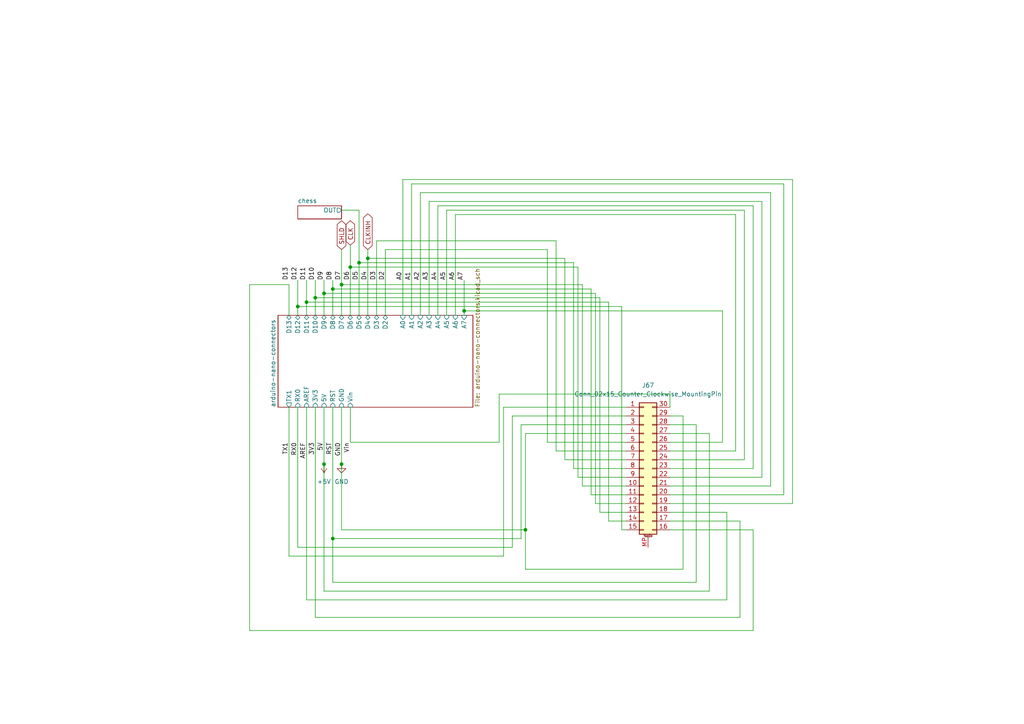
<source format=kicad_sch>
(kicad_sch (version 20231120) (generator "eeschema") (generator_version "8.0")
  (paper "A4")
  (lib_symbols
    (symbol "Connector_Generic_MountingPin:Conn_02x15_Counter_Clockwise_MountingPin" (pin_names (offset 1.016) hide)
      (property "Reference" "J" (at 1.27 20.32 0))
      (property "Value" "Conn_02x15_Counter_Clockwise_MountingPin" (at 2.54 -20.32 0))
      (symbol "Conn_02x15_Counter_Clockwise_MountingPin_1_1"
        (rectangle (start -1.27 -17.653) (end 0 -17.907) (stroke (width 0.1524)))
        (rectangle (start -1.27 -15.113) (end 0 -15.367) (stroke (width 0.1524)))
        (rectangle (start -1.27 -12.573) (end 0 -12.827) (stroke (width 0.1524)))
        (rectangle (start -1.27 -10.033) (end 0 -10.287) (stroke (width 0.1524)))
        (rectangle (start -1.27 -7.493) (end 0 -7.747) (stroke (width 0.1524)))
        (rectangle (start -1.27 -4.953) (end 0 -5.207) (stroke (width 0.1524)))
        (rectangle (start -1.27 -2.413) (end 0 -2.667) (stroke (width 0.1524)))
        (rectangle (start -1.27 0.127) (end 0 -0.127) (stroke (width 0.1524)))
        (rectangle (start -1.27 2.667) (end 0 2.413) (stroke (width 0.1524)))
        (rectangle (start -1.27 5.207) (end 0 4.953) (stroke (width 0.1524)))
        (rectangle (start -1.27 7.747) (end 0 7.493) (stroke (width 0.1524)))
        (rectangle (start -1.27 10.287) (end 0 10.033) (stroke (width 0.1524)))
        (rectangle (start -1.27 12.827) (end 0 12.573) (stroke (width 0.1524)))
        (rectangle (start -1.27 15.367) (end 0 15.113) (stroke (width 0.1524)))
        (rectangle (start -1.27 17.907) (end 0 17.653) (stroke (width 0.1524)))
        (rectangle (start -1.27 19.05) (end 3.81 -19.05) (stroke (width 0.254)) (fill (type background)))
        (polyline (pts (xy 0.254 -19.812) (xy 2.286 -19.812)) (stroke (width 0.1524)))
        (rectangle (start 3.81 -17.653) (end 2.54 -17.907) (stroke (width 0.1524)))
        (rectangle (start 3.81 -15.113) (end 2.54 -15.367) (stroke (width 0.1524)))
        (rectangle (start 3.81 -12.573) (end 2.54 -12.827) (stroke (width 0.1524)))
        (rectangle (start 3.81 -10.033) (end 2.54 -10.287) (stroke (width 0.1524)))
        (rectangle (start 3.81 -7.493) (end 2.54 -7.747) (stroke (width 0.1524)))
        (rectangle (start 3.81 -4.953) (end 2.54 -5.207) (stroke (width 0.1524)))
        (rectangle (start 3.81 -2.413) (end 2.54 -2.667) (stroke (width 0.1524)))
        (rectangle (start 3.81 0.127) (end 2.54 -0.127) (stroke (width 0.1524)))
        (rectangle (start 3.81 2.667) (end 2.54 2.413) (stroke (width 0.1524)))
        (rectangle (start 3.81 5.207) (end 2.54 4.953) (stroke (width 0.1524)))
        (rectangle (start 3.81 7.747) (end 2.54 7.493) (stroke (width 0.1524)))
        (rectangle (start 3.81 10.287) (end 2.54 10.033) (stroke (width 0.1524)))
        (rectangle (start 3.81 12.827) (end 2.54 12.573) (stroke (width 0.1524)))
        (rectangle (start 3.81 15.367) (end 2.54 15.113) (stroke (width 0.1524)))
        (rectangle (start 3.81 17.907) (end 2.54 17.653) (stroke (width 0.1524)))
        (text "Mounting" (at 1.27 -19.431 0) (effects (font (size 0.381 0.381))))
        (pin passive line (at -5.08 17.78 0) (length 3.81) (name "Pin_1") (number "1"))
        (pin passive line (at -5.08 -5.08 0) (length 3.81) (name "Pin_10") (number "10"))
        (pin passive line (at -5.08 -7.62 0) (length 3.81) (name "Pin_11") (number "11"))
        (pin passive line (at -5.08 -10.16 0) (length 3.81) (name "Pin_12") (number "12"))
        (pin passive line (at -5.08 -12.7 0) (length 3.81) (name "Pin_13") (number "13"))
        (pin passive line (at -5.08 -15.24 0) (length 3.81) (name "Pin_14") (number "14"))
        (pin passive line (at -5.08 -17.78 0) (length 3.81) (name "Pin_15") (number "15"))
        (pin passive line (at 7.62 -17.78 180) (length 3.81) (name "Pin_16") (number "16"))
        (pin passive line (at 7.62 -15.24 180) (length 3.81) (name "Pin_17") (number "17"))
        (pin passive line (at 7.62 -12.7 180) (length 3.81) (name "Pin_18") (number "18"))
        (pin passive line (at 7.62 -10.16 180) (length 3.81) (name "Pin_19") (number "19"))
        (pin passive line (at -5.08 15.24 0) (length 3.81) (name "Pin_2") (number "2"))
        (pin passive line (at 7.62 -7.62 180) (length 3.81) (name "Pin_20") (number "20"))
        (pin passive line (at 7.62 -5.08 180) (length 3.81) (name "Pin_21") (number "21"))
        (pin passive line (at 7.62 -2.54 180) (length 3.81) (name "Pin_22") (number "22"))
        (pin passive line (at 7.62 0 180) (length 3.81) (name "Pin_23") (number "23"))
        (pin passive line (at 7.62 2.54 180) (length 3.81) (name "Pin_24") (number "24"))
        (pin passive line (at 7.62 5.08 180) (length 3.81) (name "Pin_25") (number "25"))
        (pin passive line (at 7.62 7.62 180) (length 3.81) (name "Pin_26") (number "26"))
        (pin passive line (at 7.62 10.16 180) (length 3.81) (name "Pin_27") (number "27"))
        (pin passive line (at 7.62 12.7 180) (length 3.81) (name "Pin_28") (number "28"))
        (pin passive line (at 7.62 15.24 180) (length 3.81) (name "Pin_29") (number "29"))
        (pin passive line (at -5.08 12.7 0) (length 3.81) (name "Pin_3") (number "3"))
        (pin passive line (at 7.62 17.78 180) (length 3.81) (name "Pin_30") (number "30"))
        (pin passive line (at -5.08 10.16 0) (length 3.81) (name "Pin_4") (number "4"))
        (pin passive line (at -5.08 7.62 0) (length 3.81) (name "Pin_5") (number "5"))
        (pin passive line (at -5.08 5.08 0) (length 3.81) (name "Pin_6") (number "6"))
        (pin passive line (at -5.08 2.54 0) (length 3.81) (name "Pin_7") (number "7"))
        (pin passive line (at -5.08 0 0) (length 3.81) (name "Pin_8") (number "8"))
        (pin passive line (at -5.08 -2.54 0) (length 3.81) (name "Pin_9") (number "9"))
        (pin passive line (at 1.27 -22.86 90) (length 3.048) (name "MountPin") (number "MP"))
      )
    )
    (symbol "power:+5V" (power) (pin_numbers hide) (pin_names (offset 0) hide)
      (property "Value" "+5V" (at 0 3.556 0))
      (symbol "+5V_0_1"
        (polyline (pts (xy -0.762 1.27) (xy 0 2.54)))
        (polyline (pts (xy 0 0) (xy 0 2.54)))
        (polyline (pts (xy 0 2.54) (xy 0.762 1.27)))
      )
      (symbol "+5V_1_1"
        (pin power_in line (at 0 0 90) (length 0) (name "~") (number "1"))
      )
    )
    (symbol "power:GND" (power) (pin_numbers hide) (pin_names (offset 0) hide)
      (property "Value" "GND" (at 0 -3.81 0))
      (symbol "GND_0_1"
        (polyline (pts (xy 0 0) (xy 0 -1.27) (xy 1.27 -1.27) (xy 0 -2.54) (xy -1.27 -1.27) (xy 0 -1.27)))
      )
      (symbol "GND_1_1"
        (pin power_in line (at 0 0 270) (length 0) (name "~") (number "1"))
      )
    )
  )
  (junction (at 86.36 88.9))
  (junction (at 88.9 87.63))
  (junction (at 93.98 85.09))
  (junction (at 99.06 134.62))
  (junction (at 93.98 134.62))
  (junction (at 96.52 156.21))
  (junction (at 152.4 153.67))
  (junction (at 101.6 77.47))
  (junction (at 99.06 82.55))
  (junction (at 104.14 76.2))
  (junction (at 91.44 86.36))
  (junction (at 96.52 83.82))
  (junction (at 134.62 90.17))
  (junction (at 106.68 74.93))
  (wire (pts (xy 194.31 146.05) (xy 229.87 146.05)))
  (wire (pts (xy 172.72 85.09) (xy 93.98 85.09)))
  (wire (pts (xy 181.61 151.13) (xy 176.53 151.13)))
  (wire (pts (xy 201.93 168.91) (xy 96.52 168.91)))
  (wire (pts (xy 106.68 74.93) (xy 106.68 91.44)))
  (wire (pts (xy 148.59 120.65) (xy 148.59 158.75)))
  (wire (pts (xy 96.52 83.82) (xy 96.52 91.44)))
  (wire (pts (xy 93.98 118.11) (xy 93.98 134.62)))
  (wire (pts (xy 194.31 114.3) (xy 144.78 114.3)))
  (wire (pts (xy 227.33 143.51) (xy 227.33 53.34)))
  (wire (pts (xy 163.83 133.35) (xy 163.83 74.93)))
  (wire (pts (xy 96.52 118.11) (xy 96.52 156.21)))
  (wire (pts (xy 218.44 59.69) (xy 127 59.69)))
  (wire (pts (xy 161.29 130.81) (xy 161.29 69.85)))
  (wire (pts (xy 223.52 55.88) (xy 121.92 55.88)))
  (wire (pts (xy 99.06 60.96) (xy 104.14 60.96)))
  (wire (pts (xy 181.61 128.27) (xy 158.75 128.27)))
  (wire (pts (xy 121.92 55.88) (xy 121.92 91.44)))
  (wire (pts (xy 181.61 135.89) (xy 166.37 135.89)))
  (wire (pts (xy 152.4 125.73) (xy 152.4 153.67)))
  (wire (pts (xy 134.62 91.44) (xy 134.62 90.17)))
  (wire (pts (xy 220.98 138.43) (xy 220.98 58.42)))
  (wire (pts (xy 171.45 143.51) (xy 171.45 83.82)))
  (wire (pts (xy 215.9 60.96) (xy 129.54 60.96)))
  (wire (pts (xy 109.22 69.85) (xy 109.22 91.44)))
  (wire (pts (xy 72.39 82.55) (xy 83.82 82.55)))
  (wire (pts (xy 116.84 52.07) (xy 116.84 91.44)))
  (wire (pts (xy 180.34 153.67) (xy 180.34 88.9)))
  (wire (pts (xy 99.06 72.39) (xy 99.06 82.55)))
  (wire (pts (xy 168.91 140.97) (xy 168.91 82.55)))
  (wire (pts (xy 181.61 146.05) (xy 172.72 146.05)))
  (wire (pts (xy 194.31 151.13) (xy 214.63 151.13)))
  (wire (pts (xy 198.12 165.1) (xy 152.4 165.1)))
  (wire (pts (xy 151.13 156.21) (xy 96.52 156.21)))
  (wire (pts (xy 106.68 72.39) (xy 106.68 74.93)))
  (wire (pts (xy 181.61 133.35) (xy 163.83 133.35)))
  (wire (pts (xy 180.34 88.9) (xy 86.36 88.9)))
  (wire (pts (xy 220.98 58.42) (xy 124.46 58.42)))
  (wire (pts (xy 201.93 123.19) (xy 201.93 168.91)))
  (wire (pts (xy 194.31 125.73) (xy 205.74 125.73)))
  (wire (pts (xy 173.99 148.59) (xy 173.99 86.36)))
  (wire (pts (xy 101.6 118.11) (xy 101.6 128.27)))
  (wire (pts (xy 166.37 76.2) (xy 104.14 76.2)))
  (wire (pts (xy 210.82 173.99) (xy 88.9 173.99)))
  (wire (pts (xy 194.31 140.97) (xy 223.52 140.97)))
  (wire (pts (xy 176.53 151.13) (xy 176.53 87.63)))
  (wire (pts (xy 106.68 74.93) (xy 163.83 74.93)))
  (wire (pts (xy 152.4 165.1) (xy 152.4 153.67)))
  (wire (pts (xy 181.61 148.59) (xy 173.99 148.59)))
  (wire (pts (xy 194.31 143.51) (xy 227.33 143.51)))
  (wire (pts (xy 229.87 52.07) (xy 116.84 52.07)))
  (wire (pts (xy 88.9 87.63) (xy 88.9 91.44)))
  (wire (pts (xy 124.46 58.42) (xy 124.46 91.44)))
  (wire (pts (xy 218.44 182.88) (xy 72.39 182.88)))
  (wire (pts (xy 134.62 90.17) (xy 134.62 81.28)))
  (wire (pts (xy 111.76 72.39) (xy 111.76 91.44)))
  (wire (pts (xy 146.05 118.11) (xy 146.05 161.29)))
  (wire (pts (xy 144.78 114.3) (xy 144.78 128.27)))
  (wire (pts (xy 101.6 77.47) (xy 101.6 91.44)))
  (wire (pts (xy 218.44 153.67) (xy 218.44 182.88)))
  (wire (pts (xy 166.37 135.89) (xy 166.37 76.2)))
  (wire (pts (xy 181.61 140.97) (xy 168.91 140.97)))
  (wire (pts (xy 96.52 168.91) (xy 96.52 156.21)))
  (wire (pts (xy 109.22 69.85) (xy 161.29 69.85)))
  (wire (pts (xy 119.38 53.34) (xy 119.38 91.44)))
  (wire (pts (xy 167.64 77.47) (xy 101.6 77.47)))
  (wire (pts (xy 194.31 118.11) (xy 194.31 114.3)))
  (wire (pts (xy 194.31 133.35) (xy 215.9 133.35)))
  (wire (pts (xy 194.31 138.43) (xy 220.98 138.43)))
  (wire (pts (xy 181.61 153.67) (xy 180.34 153.67)))
  (wire (pts (xy 181.61 118.11) (xy 146.05 118.11)))
  (wire (pts (xy 93.98 171.45) (xy 93.98 134.62)))
  (wire (pts (xy 72.39 182.88) (xy 72.39 82.55)))
  (wire (pts (xy 213.36 62.23) (xy 132.08 62.23)))
  (wire (pts (xy 218.44 135.89) (xy 218.44 59.69)))
  (wire (pts (xy 83.82 82.55) (xy 83.82 91.44)))
  (wire (pts (xy 152.4 153.67) (xy 99.06 153.67)))
  (wire (pts (xy 93.98 85.09) (xy 93.98 91.44)))
  (wire (pts (xy 194.31 135.89) (xy 218.44 135.89)))
  (wire (pts (xy 227.33 53.34) (xy 119.38 53.34)))
  (wire (pts (xy 210.82 148.59) (xy 210.82 173.99)))
  (wire (pts (xy 158.75 128.27) (xy 158.75 72.39)))
  (wire (pts (xy 146.05 161.29) (xy 83.82 161.29)))
  (wire (pts (xy 194.31 123.19) (xy 201.93 123.19)))
  (wire (pts (xy 99.06 153.67) (xy 99.06 134.62)))
  (wire (pts (xy 198.12 120.65) (xy 198.12 165.1)))
  (wire (pts (xy 101.6 71.12) (xy 101.6 77.47)))
  (wire (pts (xy 148.59 158.75) (xy 86.36 158.75)))
  (wire (pts (xy 194.31 130.81) (xy 213.36 130.81)))
  (wire (pts (xy 194.31 120.65) (xy 198.12 120.65)))
  (wire (pts (xy 86.36 88.9) (xy 86.36 81.28)))
  (wire (pts (xy 167.64 138.43) (xy 167.64 77.47)))
  (wire (pts (xy 88.9 118.11) (xy 88.9 173.99)))
  (wire (pts (xy 181.61 138.43) (xy 167.64 138.43)))
  (wire (pts (xy 91.44 118.11) (xy 91.44 179.07)))
  (wire (pts (xy 181.61 123.19) (xy 151.13 123.19)))
  (wire (pts (xy 99.06 82.55) (xy 99.06 91.44)))
  (wire (pts (xy 205.74 125.73) (xy 205.74 171.45)))
  (wire (pts (xy 91.44 91.44) (xy 91.44 86.36)))
  (wire (pts (xy 214.63 179.07) (xy 91.44 179.07)))
  (wire (pts (xy 83.82 118.11) (xy 83.82 161.29)))
  (wire (pts (xy 93.98 81.28) (xy 93.98 85.09)))
  (wire (pts (xy 181.61 130.81) (xy 161.29 130.81)))
  (wire (pts (xy 129.54 60.96) (xy 129.54 91.44)))
  (wire (pts (xy 151.13 123.19) (xy 151.13 156.21)))
  (wire (pts (xy 173.99 86.36) (xy 91.44 86.36)))
  (wire (pts (xy 229.87 146.05) (xy 229.87 52.07)))
  (wire (pts (xy 181.61 125.73) (xy 152.4 125.73)))
  (wire (pts (xy 209.55 90.17) (xy 134.62 90.17)))
  (wire (pts (xy 86.36 118.11) (xy 86.36 158.75)))
  (wire (pts (xy 171.45 83.82) (xy 96.52 83.82)))
  (wire (pts (xy 223.52 140.97) (xy 223.52 55.88)))
  (wire (pts (xy 172.72 146.05) (xy 172.72 85.09)))
  (wire (pts (xy 144.78 128.27) (xy 101.6 128.27)))
  (wire (pts (xy 176.53 87.63) (xy 88.9 87.63)))
  (wire (pts (xy 205.74 171.45) (xy 93.98 171.45)))
  (wire (pts (xy 213.36 130.81) (xy 213.36 62.23)))
  (wire (pts (xy 194.31 128.27) (xy 209.55 128.27)))
  (wire (pts (xy 168.91 82.55) (xy 99.06 82.55)))
  (wire (pts (xy 91.44 86.36) (xy 91.44 81.28)))
  (wire (pts (xy 127 59.69) (xy 127 91.44)))
  (wire (pts (xy 104.14 76.2) (xy 104.14 91.44)))
  (wire (pts (xy 132.08 62.23) (xy 132.08 91.44)))
  (wire (pts (xy 158.75 72.39) (xy 111.76 72.39)))
  (wire (pts (xy 99.06 118.11) (xy 99.06 134.62)))
  (wire (pts (xy 215.9 133.35) (xy 215.9 60.96)))
  (wire (pts (xy 104.14 60.96) (xy 104.14 76.2)))
  (wire (pts (xy 88.9 81.28) (xy 88.9 87.63)))
  (wire (pts (xy 209.55 128.27) (xy 209.55 90.17)))
  (wire (pts (xy 96.52 81.28) (xy 96.52 83.82)))
  (wire (pts (xy 86.36 91.44) (xy 86.36 88.9)))
  (wire (pts (xy 181.61 120.65) (xy 148.59 120.65)))
  (wire (pts (xy 194.31 153.67) (xy 218.44 153.67)))
  (wire (pts (xy 181.61 143.51) (xy 171.45 143.51)))
  (wire (pts (xy 194.31 148.59) (xy 210.82 148.59)))
  (wire (pts (xy 214.63 151.13) (xy 214.63 179.07)))
  (label "A2" (at 121.92 81.28 90))
  (label "A1" (at 119.38 81.28 90))
  (label "Vin" (at 101.6 128.27 270))
  (label "RST" (at 96.52 128.27 270))
  (label "A3" (at 124.46 81.28 90))
  (label "RX0" (at 86.36 128.27 270))
  (label "D8" (at 96.52 81.28 90))
  (label "D13" (at 83.82 81.28 90))
  (label "D12" (at 86.36 81.28 90))
  (label "D6" (at 101.6 81.28 90))
  (label "D7" (at 99.06 81.28 90))
  (label "A4" (at 127 81.28 90))
  (label "5V" (at 93.98 128.27 270))
  (label "A0" (at 116.84 81.28 90))
  (label "D3" (at 109.22 81.28 90))
  (label "D11" (at 88.9 81.28 90))
  (label "D9" (at 93.98 81.28 90))
  (label "TX1" (at 83.82 128.27 270))
  (label "D10" (at 91.44 81.28 90))
  (label "D5" (at 104.14 81.28 90))
  (label "GND" (at 99.06 128.27 270))
  (label "D4" (at 106.68 81.28 90))
  (label "D2" (at 111.76 81.28 90))
  (label "A6" (at 132.08 81.28 90))
  (label "A5" (at 129.54 81.28 90))
  (label "3V3" (at 91.44 128.27 270))
  (label "A7" (at 134.62 81.28 90))
  (label "AREF" (at 88.9 128.27 270))
  (global_label "CLKINH" (shape bidirectional) (at 106.68 72.39 90) (property "Intersheetrefs" "${INTERSHEET_REFS}" (effects (hide yes))))
  (global_label "SHLD" (shape bidirectional) (at 99.06 72.39 90) (property "Intersheetrefs" "${INTERSHEET_REFS}" (effects (hide yes))))
  (global_label "CLK" (shape bidirectional) (at 101.6 71.12 90) (property "Intersheetrefs" "${INTERSHEET_REFS}" (effects (hide yes))))
  (symbol (lib_id "Connector_Generic_MountingPin:Conn_02x15_Counter_Clockwise_MountingPin") (at 186.69 135.89 0) (unit 1)
    (property "Reference" "J67" (at 187.96 111.76 0))
    (property "Value" "Conn_02x15_Counter_Clockwise_MountingPin" (at 187.96 114.3 0))
    (property "Footprint" "Connector_IDC:IDC-Header_2x15-1MP_P2.54mm_Latch6.5mm_Vertical" (effects (hide yes)))
    (property "Description" "Generic connectable mounting pin connector, double row, 02x15, counter clockwise pin numbering scheme (similar to DIP package numbering), script generated (kicad-library-utils/schlib/autogen/connector/)" (effects (hide yes)))
  )
  (symbol (lib_id "power:+5V") (at 93.98 134.62 180) (unit 1)
    (property "Reference" "#PWR017" (effects (hide yes)))
    (property "Value" "+5V" (at 93.98 139.7 0))
    (property "Description" "Power symbol creates a global label with name \"+5V\"" (effects (hide yes)))
  )
  (symbol (lib_id "power:GND") (at 99.06 134.62 0) (unit 1)
    (property "Reference" "#PWR018" (effects (hide yes)))
    (property "Value" "GND" (at 99.06 139.7 0))
    (property "Description" "Power symbol creates a global label with name \"GND\" , ground" (effects (hide yes)))
  )
  (sheet (at 80.645 91.44) (size 56.515 26.67)
    (property "Sheetname" "arduino-nano-connectors" (at 79.9334 118.11 90) (effects (justify left bottom)))
    (property "Sheetfile" "arduino-nano-connectors.kicad_sch" (at 137.7446 118.11 90) (effects (justify left top)))
    (pin "D13" bidirectional (at 83.82 91.44 90))
    (pin "3V3" input (at 91.44 118.11 270))
    (pin "AREF" input (at 88.9 118.11 270))
    (pin "A0" input (at 116.84 91.44 90))
    (pin "A1" input (at 119.38 91.44 90))
    (pin "A2" input (at 121.92 91.44 90))
    (pin "A3" input (at 124.46 91.44 90))
    (pin "A4" input (at 127 91.44 90))
    (pin "A5" input (at 129.54 91.44 90))
    (pin "A6" input (at 132.08 91.44 90))
    (pin "A7" input (at 134.62 91.44 90))
    (pin "5V" input (at 93.98 118.11 270))
    (pin "RST" input (at 96.52 118.11 270))
    (pin "GND" input (at 99.06 118.11 270))
    (pin "Vin" input (at 101.6 118.11 270))
    (pin "D12" bidirectional (at 86.36 91.44 90))
    (pin "D11" bidirectional (at 88.9 91.44 90))
    (pin "D10" bidirectional (at 91.44 91.44 90))
    (pin "D9" bidirectional (at 93.98 91.44 90))
    (pin "D8" bidirectional (at 96.52 91.44 90))
    (pin "D7" bidirectional (at 99.06 91.44 90))
    (pin "D6" bidirectional (at 101.6 91.44 90))
    (pin "D5" bidirectional (at 104.14 91.44 90))
    (pin "D4" bidirectional (at 106.68 91.44 90))
    (pin "D3" bidirectional (at 109.22 91.44 90))
    (pin "D2" bidirectional (at 111.76 91.44 90))
    (pin "RX0" input (at 86.36 118.11 270))
    (pin "TX1" output (at 83.82 118.11 270))
  )
  (sheet (at 86.36 59.69) (size 12.7 3.81) (stroke (width 0.1524))
    (property "Sheetname" "chess" (at 86.36 58.9784 0) (effects (justify left bottom)))
    (property "Sheetfile" "chess.kicad_sch" (effects (hide yes)))
    (pin "OUT" output (at 99.06 60.96 0))
  )
)
</source>
